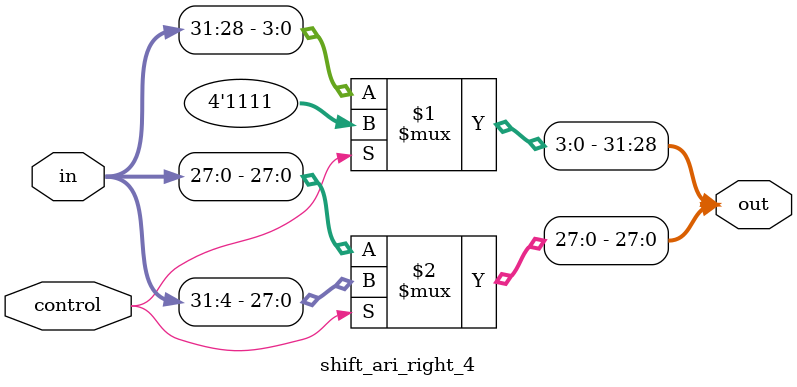
<source format=v>
module shift_ari_right_4(out, in, control);
    input [31:0] in;
    input control;
    output [31:0] out;

    assign out[31:28] = control ? 4'b1111 : in[31:28];
    assign out[27:0] = control ? in[31:4] : in[27:0];
endmodule
</source>
